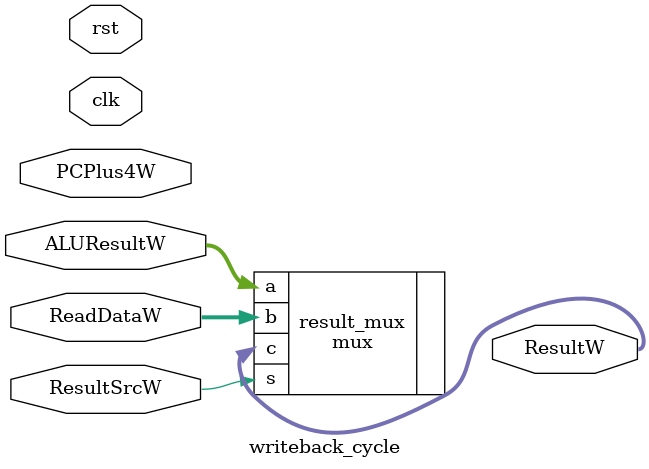
<source format=v>
module writeback_cycle(clk, rst, ResultSrcW, ReadDataW, ALUResultW, PCPlus4W, ResultW);

    //declaration of I/Os
    input clk, rst, ResultSrcW;
    input [31:0] ReadDataW, ALUResultW, PCPlus4W;
    output [31:0] ResultW;

    //instantiation of the module
    mux result_mux (
                    .a(ALUResultW),
                    .b(ReadDataW),
                    .s(ResultSrcW),
                    .c(ResultW)
                    );
endmodule
</source>
